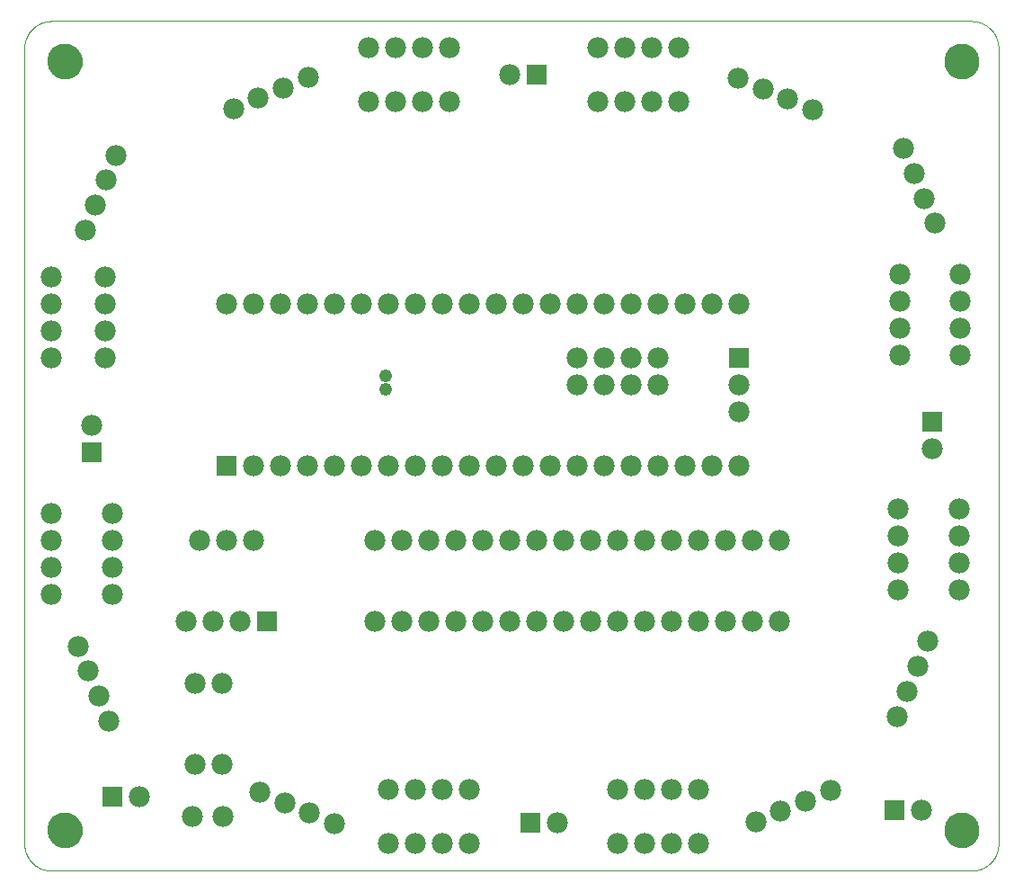
<source format=gbs>
G75*
%MOIN*%
%OFA0B0*%
%FSLAX25Y25*%
%IPPOS*%
%LPD*%
%AMOC8*
5,1,8,0,0,1.08239X$1,22.5*
%
%ADD10C,0.00000*%
%ADD11C,0.12998*%
%ADD12C,0.07800*%
%ADD13R,0.07800X0.07800*%
%ADD14C,0.04900*%
D10*
X0086433Y0068933D02*
X0086433Y0363894D01*
X0086436Y0364136D01*
X0086445Y0364377D01*
X0086459Y0364618D01*
X0086480Y0364859D01*
X0086506Y0365099D01*
X0086538Y0365339D01*
X0086576Y0365578D01*
X0086619Y0365815D01*
X0086669Y0366052D01*
X0086724Y0366287D01*
X0086784Y0366521D01*
X0086851Y0366753D01*
X0086922Y0366984D01*
X0087000Y0367213D01*
X0087083Y0367440D01*
X0087171Y0367665D01*
X0087265Y0367888D01*
X0087364Y0368108D01*
X0087469Y0368326D01*
X0087578Y0368541D01*
X0087693Y0368754D01*
X0087813Y0368964D01*
X0087938Y0369170D01*
X0088068Y0369374D01*
X0088203Y0369575D01*
X0088343Y0369772D01*
X0088487Y0369966D01*
X0088636Y0370156D01*
X0088790Y0370342D01*
X0088948Y0370525D01*
X0089110Y0370704D01*
X0089277Y0370879D01*
X0089448Y0371050D01*
X0089623Y0371217D01*
X0089802Y0371379D01*
X0089985Y0371537D01*
X0090171Y0371691D01*
X0090361Y0371840D01*
X0090555Y0371984D01*
X0090752Y0372124D01*
X0090953Y0372259D01*
X0091157Y0372389D01*
X0091363Y0372514D01*
X0091573Y0372634D01*
X0091786Y0372749D01*
X0092001Y0372858D01*
X0092219Y0372963D01*
X0092439Y0373062D01*
X0092662Y0373156D01*
X0092887Y0373244D01*
X0093114Y0373327D01*
X0093343Y0373405D01*
X0093574Y0373476D01*
X0093806Y0373543D01*
X0094040Y0373603D01*
X0094275Y0373658D01*
X0094512Y0373708D01*
X0094749Y0373751D01*
X0094988Y0373789D01*
X0095228Y0373821D01*
X0095468Y0373847D01*
X0095709Y0373868D01*
X0095950Y0373882D01*
X0096191Y0373891D01*
X0096433Y0373894D01*
X0437634Y0373894D01*
X0437876Y0373891D01*
X0438117Y0373882D01*
X0438358Y0373868D01*
X0438599Y0373847D01*
X0438839Y0373821D01*
X0439079Y0373789D01*
X0439318Y0373751D01*
X0439555Y0373708D01*
X0439792Y0373658D01*
X0440027Y0373603D01*
X0440261Y0373543D01*
X0440493Y0373476D01*
X0440724Y0373405D01*
X0440953Y0373327D01*
X0441180Y0373244D01*
X0441405Y0373156D01*
X0441628Y0373062D01*
X0441848Y0372963D01*
X0442066Y0372858D01*
X0442281Y0372749D01*
X0442494Y0372634D01*
X0442704Y0372514D01*
X0442910Y0372389D01*
X0443114Y0372259D01*
X0443315Y0372124D01*
X0443512Y0371984D01*
X0443706Y0371840D01*
X0443896Y0371691D01*
X0444082Y0371537D01*
X0444265Y0371379D01*
X0444444Y0371217D01*
X0444619Y0371050D01*
X0444790Y0370879D01*
X0444957Y0370704D01*
X0445119Y0370525D01*
X0445277Y0370342D01*
X0445431Y0370156D01*
X0445580Y0369966D01*
X0445724Y0369772D01*
X0445864Y0369575D01*
X0445999Y0369374D01*
X0446129Y0369170D01*
X0446254Y0368964D01*
X0446374Y0368754D01*
X0446489Y0368541D01*
X0446598Y0368326D01*
X0446703Y0368108D01*
X0446802Y0367888D01*
X0446896Y0367665D01*
X0446984Y0367440D01*
X0447067Y0367213D01*
X0447145Y0366984D01*
X0447216Y0366753D01*
X0447283Y0366521D01*
X0447343Y0366287D01*
X0447398Y0366052D01*
X0447448Y0365815D01*
X0447491Y0365578D01*
X0447529Y0365339D01*
X0447561Y0365099D01*
X0447587Y0364859D01*
X0447608Y0364618D01*
X0447622Y0364377D01*
X0447631Y0364136D01*
X0447634Y0363894D01*
X0447634Y0068933D01*
X0447631Y0068691D01*
X0447622Y0068450D01*
X0447608Y0068209D01*
X0447587Y0067968D01*
X0447561Y0067728D01*
X0447529Y0067488D01*
X0447491Y0067249D01*
X0447448Y0067012D01*
X0447398Y0066775D01*
X0447343Y0066540D01*
X0447283Y0066306D01*
X0447216Y0066074D01*
X0447145Y0065843D01*
X0447067Y0065614D01*
X0446984Y0065387D01*
X0446896Y0065162D01*
X0446802Y0064939D01*
X0446703Y0064719D01*
X0446598Y0064501D01*
X0446489Y0064286D01*
X0446374Y0064073D01*
X0446254Y0063863D01*
X0446129Y0063657D01*
X0445999Y0063453D01*
X0445864Y0063252D01*
X0445724Y0063055D01*
X0445580Y0062861D01*
X0445431Y0062671D01*
X0445277Y0062485D01*
X0445119Y0062302D01*
X0444957Y0062123D01*
X0444790Y0061948D01*
X0444619Y0061777D01*
X0444444Y0061610D01*
X0444265Y0061448D01*
X0444082Y0061290D01*
X0443896Y0061136D01*
X0443706Y0060987D01*
X0443512Y0060843D01*
X0443315Y0060703D01*
X0443114Y0060568D01*
X0442910Y0060438D01*
X0442704Y0060313D01*
X0442494Y0060193D01*
X0442281Y0060078D01*
X0442066Y0059969D01*
X0441848Y0059864D01*
X0441628Y0059765D01*
X0441405Y0059671D01*
X0441180Y0059583D01*
X0440953Y0059500D01*
X0440724Y0059422D01*
X0440493Y0059351D01*
X0440261Y0059284D01*
X0440027Y0059224D01*
X0439792Y0059169D01*
X0439555Y0059119D01*
X0439318Y0059076D01*
X0439079Y0059038D01*
X0438839Y0059006D01*
X0438599Y0058980D01*
X0438358Y0058959D01*
X0438117Y0058945D01*
X0437876Y0058936D01*
X0437634Y0058933D01*
X0096433Y0058933D01*
X0096191Y0058936D01*
X0095950Y0058945D01*
X0095709Y0058959D01*
X0095468Y0058980D01*
X0095228Y0059006D01*
X0094988Y0059038D01*
X0094749Y0059076D01*
X0094512Y0059119D01*
X0094275Y0059169D01*
X0094040Y0059224D01*
X0093806Y0059284D01*
X0093574Y0059351D01*
X0093343Y0059422D01*
X0093114Y0059500D01*
X0092887Y0059583D01*
X0092662Y0059671D01*
X0092439Y0059765D01*
X0092219Y0059864D01*
X0092001Y0059969D01*
X0091786Y0060078D01*
X0091573Y0060193D01*
X0091363Y0060313D01*
X0091157Y0060438D01*
X0090953Y0060568D01*
X0090752Y0060703D01*
X0090555Y0060843D01*
X0090361Y0060987D01*
X0090171Y0061136D01*
X0089985Y0061290D01*
X0089802Y0061448D01*
X0089623Y0061610D01*
X0089448Y0061777D01*
X0089277Y0061948D01*
X0089110Y0062123D01*
X0088948Y0062302D01*
X0088790Y0062485D01*
X0088636Y0062671D01*
X0088487Y0062861D01*
X0088343Y0063055D01*
X0088203Y0063252D01*
X0088068Y0063453D01*
X0087938Y0063657D01*
X0087813Y0063863D01*
X0087693Y0064073D01*
X0087578Y0064286D01*
X0087469Y0064501D01*
X0087364Y0064719D01*
X0087265Y0064939D01*
X0087171Y0065162D01*
X0087083Y0065387D01*
X0087000Y0065614D01*
X0086922Y0065843D01*
X0086851Y0066074D01*
X0086784Y0066306D01*
X0086724Y0066540D01*
X0086669Y0066775D01*
X0086619Y0067012D01*
X0086576Y0067249D01*
X0086538Y0067488D01*
X0086506Y0067728D01*
X0086480Y0067968D01*
X0086459Y0068209D01*
X0086445Y0068450D01*
X0086436Y0068691D01*
X0086433Y0068933D01*
X0095134Y0073933D02*
X0095136Y0074091D01*
X0095142Y0074249D01*
X0095152Y0074407D01*
X0095166Y0074565D01*
X0095184Y0074722D01*
X0095205Y0074879D01*
X0095231Y0075035D01*
X0095261Y0075191D01*
X0095294Y0075346D01*
X0095332Y0075499D01*
X0095373Y0075652D01*
X0095418Y0075804D01*
X0095467Y0075955D01*
X0095520Y0076104D01*
X0095576Y0076252D01*
X0095636Y0076398D01*
X0095700Y0076543D01*
X0095768Y0076686D01*
X0095839Y0076828D01*
X0095913Y0076968D01*
X0095991Y0077105D01*
X0096073Y0077241D01*
X0096157Y0077375D01*
X0096246Y0077506D01*
X0096337Y0077635D01*
X0096432Y0077762D01*
X0096529Y0077887D01*
X0096630Y0078009D01*
X0096734Y0078128D01*
X0096841Y0078245D01*
X0096951Y0078359D01*
X0097064Y0078470D01*
X0097179Y0078579D01*
X0097297Y0078684D01*
X0097418Y0078786D01*
X0097541Y0078886D01*
X0097667Y0078982D01*
X0097795Y0079075D01*
X0097925Y0079165D01*
X0098058Y0079251D01*
X0098193Y0079335D01*
X0098329Y0079414D01*
X0098468Y0079491D01*
X0098609Y0079563D01*
X0098751Y0079633D01*
X0098895Y0079698D01*
X0099041Y0079760D01*
X0099188Y0079818D01*
X0099337Y0079873D01*
X0099487Y0079924D01*
X0099638Y0079971D01*
X0099790Y0080014D01*
X0099943Y0080053D01*
X0100098Y0080089D01*
X0100253Y0080120D01*
X0100409Y0080148D01*
X0100565Y0080172D01*
X0100722Y0080192D01*
X0100880Y0080208D01*
X0101037Y0080220D01*
X0101196Y0080228D01*
X0101354Y0080232D01*
X0101512Y0080232D01*
X0101670Y0080228D01*
X0101829Y0080220D01*
X0101986Y0080208D01*
X0102144Y0080192D01*
X0102301Y0080172D01*
X0102457Y0080148D01*
X0102613Y0080120D01*
X0102768Y0080089D01*
X0102923Y0080053D01*
X0103076Y0080014D01*
X0103228Y0079971D01*
X0103379Y0079924D01*
X0103529Y0079873D01*
X0103678Y0079818D01*
X0103825Y0079760D01*
X0103971Y0079698D01*
X0104115Y0079633D01*
X0104257Y0079563D01*
X0104398Y0079491D01*
X0104537Y0079414D01*
X0104673Y0079335D01*
X0104808Y0079251D01*
X0104941Y0079165D01*
X0105071Y0079075D01*
X0105199Y0078982D01*
X0105325Y0078886D01*
X0105448Y0078786D01*
X0105569Y0078684D01*
X0105687Y0078579D01*
X0105802Y0078470D01*
X0105915Y0078359D01*
X0106025Y0078245D01*
X0106132Y0078128D01*
X0106236Y0078009D01*
X0106337Y0077887D01*
X0106434Y0077762D01*
X0106529Y0077635D01*
X0106620Y0077506D01*
X0106709Y0077375D01*
X0106793Y0077241D01*
X0106875Y0077105D01*
X0106953Y0076968D01*
X0107027Y0076828D01*
X0107098Y0076686D01*
X0107166Y0076543D01*
X0107230Y0076398D01*
X0107290Y0076252D01*
X0107346Y0076104D01*
X0107399Y0075955D01*
X0107448Y0075804D01*
X0107493Y0075652D01*
X0107534Y0075499D01*
X0107572Y0075346D01*
X0107605Y0075191D01*
X0107635Y0075035D01*
X0107661Y0074879D01*
X0107682Y0074722D01*
X0107700Y0074565D01*
X0107714Y0074407D01*
X0107724Y0074249D01*
X0107730Y0074091D01*
X0107732Y0073933D01*
X0107730Y0073775D01*
X0107724Y0073617D01*
X0107714Y0073459D01*
X0107700Y0073301D01*
X0107682Y0073144D01*
X0107661Y0072987D01*
X0107635Y0072831D01*
X0107605Y0072675D01*
X0107572Y0072520D01*
X0107534Y0072367D01*
X0107493Y0072214D01*
X0107448Y0072062D01*
X0107399Y0071911D01*
X0107346Y0071762D01*
X0107290Y0071614D01*
X0107230Y0071468D01*
X0107166Y0071323D01*
X0107098Y0071180D01*
X0107027Y0071038D01*
X0106953Y0070898D01*
X0106875Y0070761D01*
X0106793Y0070625D01*
X0106709Y0070491D01*
X0106620Y0070360D01*
X0106529Y0070231D01*
X0106434Y0070104D01*
X0106337Y0069979D01*
X0106236Y0069857D01*
X0106132Y0069738D01*
X0106025Y0069621D01*
X0105915Y0069507D01*
X0105802Y0069396D01*
X0105687Y0069287D01*
X0105569Y0069182D01*
X0105448Y0069080D01*
X0105325Y0068980D01*
X0105199Y0068884D01*
X0105071Y0068791D01*
X0104941Y0068701D01*
X0104808Y0068615D01*
X0104673Y0068531D01*
X0104537Y0068452D01*
X0104398Y0068375D01*
X0104257Y0068303D01*
X0104115Y0068233D01*
X0103971Y0068168D01*
X0103825Y0068106D01*
X0103678Y0068048D01*
X0103529Y0067993D01*
X0103379Y0067942D01*
X0103228Y0067895D01*
X0103076Y0067852D01*
X0102923Y0067813D01*
X0102768Y0067777D01*
X0102613Y0067746D01*
X0102457Y0067718D01*
X0102301Y0067694D01*
X0102144Y0067674D01*
X0101986Y0067658D01*
X0101829Y0067646D01*
X0101670Y0067638D01*
X0101512Y0067634D01*
X0101354Y0067634D01*
X0101196Y0067638D01*
X0101037Y0067646D01*
X0100880Y0067658D01*
X0100722Y0067674D01*
X0100565Y0067694D01*
X0100409Y0067718D01*
X0100253Y0067746D01*
X0100098Y0067777D01*
X0099943Y0067813D01*
X0099790Y0067852D01*
X0099638Y0067895D01*
X0099487Y0067942D01*
X0099337Y0067993D01*
X0099188Y0068048D01*
X0099041Y0068106D01*
X0098895Y0068168D01*
X0098751Y0068233D01*
X0098609Y0068303D01*
X0098468Y0068375D01*
X0098329Y0068452D01*
X0098193Y0068531D01*
X0098058Y0068615D01*
X0097925Y0068701D01*
X0097795Y0068791D01*
X0097667Y0068884D01*
X0097541Y0068980D01*
X0097418Y0069080D01*
X0097297Y0069182D01*
X0097179Y0069287D01*
X0097064Y0069396D01*
X0096951Y0069507D01*
X0096841Y0069621D01*
X0096734Y0069738D01*
X0096630Y0069857D01*
X0096529Y0069979D01*
X0096432Y0070104D01*
X0096337Y0070231D01*
X0096246Y0070360D01*
X0096157Y0070491D01*
X0096073Y0070625D01*
X0095991Y0070761D01*
X0095913Y0070898D01*
X0095839Y0071038D01*
X0095768Y0071180D01*
X0095700Y0071323D01*
X0095636Y0071468D01*
X0095576Y0071614D01*
X0095520Y0071762D01*
X0095467Y0071911D01*
X0095418Y0072062D01*
X0095373Y0072214D01*
X0095332Y0072367D01*
X0095294Y0072520D01*
X0095261Y0072675D01*
X0095231Y0072831D01*
X0095205Y0072987D01*
X0095184Y0073144D01*
X0095166Y0073301D01*
X0095152Y0073459D01*
X0095142Y0073617D01*
X0095136Y0073775D01*
X0095134Y0073933D01*
X0427634Y0073933D02*
X0427636Y0074091D01*
X0427642Y0074249D01*
X0427652Y0074407D01*
X0427666Y0074565D01*
X0427684Y0074722D01*
X0427705Y0074879D01*
X0427731Y0075035D01*
X0427761Y0075191D01*
X0427794Y0075346D01*
X0427832Y0075499D01*
X0427873Y0075652D01*
X0427918Y0075804D01*
X0427967Y0075955D01*
X0428020Y0076104D01*
X0428076Y0076252D01*
X0428136Y0076398D01*
X0428200Y0076543D01*
X0428268Y0076686D01*
X0428339Y0076828D01*
X0428413Y0076968D01*
X0428491Y0077105D01*
X0428573Y0077241D01*
X0428657Y0077375D01*
X0428746Y0077506D01*
X0428837Y0077635D01*
X0428932Y0077762D01*
X0429029Y0077887D01*
X0429130Y0078009D01*
X0429234Y0078128D01*
X0429341Y0078245D01*
X0429451Y0078359D01*
X0429564Y0078470D01*
X0429679Y0078579D01*
X0429797Y0078684D01*
X0429918Y0078786D01*
X0430041Y0078886D01*
X0430167Y0078982D01*
X0430295Y0079075D01*
X0430425Y0079165D01*
X0430558Y0079251D01*
X0430693Y0079335D01*
X0430829Y0079414D01*
X0430968Y0079491D01*
X0431109Y0079563D01*
X0431251Y0079633D01*
X0431395Y0079698D01*
X0431541Y0079760D01*
X0431688Y0079818D01*
X0431837Y0079873D01*
X0431987Y0079924D01*
X0432138Y0079971D01*
X0432290Y0080014D01*
X0432443Y0080053D01*
X0432598Y0080089D01*
X0432753Y0080120D01*
X0432909Y0080148D01*
X0433065Y0080172D01*
X0433222Y0080192D01*
X0433380Y0080208D01*
X0433537Y0080220D01*
X0433696Y0080228D01*
X0433854Y0080232D01*
X0434012Y0080232D01*
X0434170Y0080228D01*
X0434329Y0080220D01*
X0434486Y0080208D01*
X0434644Y0080192D01*
X0434801Y0080172D01*
X0434957Y0080148D01*
X0435113Y0080120D01*
X0435268Y0080089D01*
X0435423Y0080053D01*
X0435576Y0080014D01*
X0435728Y0079971D01*
X0435879Y0079924D01*
X0436029Y0079873D01*
X0436178Y0079818D01*
X0436325Y0079760D01*
X0436471Y0079698D01*
X0436615Y0079633D01*
X0436757Y0079563D01*
X0436898Y0079491D01*
X0437037Y0079414D01*
X0437173Y0079335D01*
X0437308Y0079251D01*
X0437441Y0079165D01*
X0437571Y0079075D01*
X0437699Y0078982D01*
X0437825Y0078886D01*
X0437948Y0078786D01*
X0438069Y0078684D01*
X0438187Y0078579D01*
X0438302Y0078470D01*
X0438415Y0078359D01*
X0438525Y0078245D01*
X0438632Y0078128D01*
X0438736Y0078009D01*
X0438837Y0077887D01*
X0438934Y0077762D01*
X0439029Y0077635D01*
X0439120Y0077506D01*
X0439209Y0077375D01*
X0439293Y0077241D01*
X0439375Y0077105D01*
X0439453Y0076968D01*
X0439527Y0076828D01*
X0439598Y0076686D01*
X0439666Y0076543D01*
X0439730Y0076398D01*
X0439790Y0076252D01*
X0439846Y0076104D01*
X0439899Y0075955D01*
X0439948Y0075804D01*
X0439993Y0075652D01*
X0440034Y0075499D01*
X0440072Y0075346D01*
X0440105Y0075191D01*
X0440135Y0075035D01*
X0440161Y0074879D01*
X0440182Y0074722D01*
X0440200Y0074565D01*
X0440214Y0074407D01*
X0440224Y0074249D01*
X0440230Y0074091D01*
X0440232Y0073933D01*
X0440230Y0073775D01*
X0440224Y0073617D01*
X0440214Y0073459D01*
X0440200Y0073301D01*
X0440182Y0073144D01*
X0440161Y0072987D01*
X0440135Y0072831D01*
X0440105Y0072675D01*
X0440072Y0072520D01*
X0440034Y0072367D01*
X0439993Y0072214D01*
X0439948Y0072062D01*
X0439899Y0071911D01*
X0439846Y0071762D01*
X0439790Y0071614D01*
X0439730Y0071468D01*
X0439666Y0071323D01*
X0439598Y0071180D01*
X0439527Y0071038D01*
X0439453Y0070898D01*
X0439375Y0070761D01*
X0439293Y0070625D01*
X0439209Y0070491D01*
X0439120Y0070360D01*
X0439029Y0070231D01*
X0438934Y0070104D01*
X0438837Y0069979D01*
X0438736Y0069857D01*
X0438632Y0069738D01*
X0438525Y0069621D01*
X0438415Y0069507D01*
X0438302Y0069396D01*
X0438187Y0069287D01*
X0438069Y0069182D01*
X0437948Y0069080D01*
X0437825Y0068980D01*
X0437699Y0068884D01*
X0437571Y0068791D01*
X0437441Y0068701D01*
X0437308Y0068615D01*
X0437173Y0068531D01*
X0437037Y0068452D01*
X0436898Y0068375D01*
X0436757Y0068303D01*
X0436615Y0068233D01*
X0436471Y0068168D01*
X0436325Y0068106D01*
X0436178Y0068048D01*
X0436029Y0067993D01*
X0435879Y0067942D01*
X0435728Y0067895D01*
X0435576Y0067852D01*
X0435423Y0067813D01*
X0435268Y0067777D01*
X0435113Y0067746D01*
X0434957Y0067718D01*
X0434801Y0067694D01*
X0434644Y0067674D01*
X0434486Y0067658D01*
X0434329Y0067646D01*
X0434170Y0067638D01*
X0434012Y0067634D01*
X0433854Y0067634D01*
X0433696Y0067638D01*
X0433537Y0067646D01*
X0433380Y0067658D01*
X0433222Y0067674D01*
X0433065Y0067694D01*
X0432909Y0067718D01*
X0432753Y0067746D01*
X0432598Y0067777D01*
X0432443Y0067813D01*
X0432290Y0067852D01*
X0432138Y0067895D01*
X0431987Y0067942D01*
X0431837Y0067993D01*
X0431688Y0068048D01*
X0431541Y0068106D01*
X0431395Y0068168D01*
X0431251Y0068233D01*
X0431109Y0068303D01*
X0430968Y0068375D01*
X0430829Y0068452D01*
X0430693Y0068531D01*
X0430558Y0068615D01*
X0430425Y0068701D01*
X0430295Y0068791D01*
X0430167Y0068884D01*
X0430041Y0068980D01*
X0429918Y0069080D01*
X0429797Y0069182D01*
X0429679Y0069287D01*
X0429564Y0069396D01*
X0429451Y0069507D01*
X0429341Y0069621D01*
X0429234Y0069738D01*
X0429130Y0069857D01*
X0429029Y0069979D01*
X0428932Y0070104D01*
X0428837Y0070231D01*
X0428746Y0070360D01*
X0428657Y0070491D01*
X0428573Y0070625D01*
X0428491Y0070761D01*
X0428413Y0070898D01*
X0428339Y0071038D01*
X0428268Y0071180D01*
X0428200Y0071323D01*
X0428136Y0071468D01*
X0428076Y0071614D01*
X0428020Y0071762D01*
X0427967Y0071911D01*
X0427918Y0072062D01*
X0427873Y0072214D01*
X0427832Y0072367D01*
X0427794Y0072520D01*
X0427761Y0072675D01*
X0427731Y0072831D01*
X0427705Y0072987D01*
X0427684Y0073144D01*
X0427666Y0073301D01*
X0427652Y0073459D01*
X0427642Y0073617D01*
X0427636Y0073775D01*
X0427634Y0073933D01*
X0427634Y0358933D02*
X0427636Y0359091D01*
X0427642Y0359249D01*
X0427652Y0359407D01*
X0427666Y0359565D01*
X0427684Y0359722D01*
X0427705Y0359879D01*
X0427731Y0360035D01*
X0427761Y0360191D01*
X0427794Y0360346D01*
X0427832Y0360499D01*
X0427873Y0360652D01*
X0427918Y0360804D01*
X0427967Y0360955D01*
X0428020Y0361104D01*
X0428076Y0361252D01*
X0428136Y0361398D01*
X0428200Y0361543D01*
X0428268Y0361686D01*
X0428339Y0361828D01*
X0428413Y0361968D01*
X0428491Y0362105D01*
X0428573Y0362241D01*
X0428657Y0362375D01*
X0428746Y0362506D01*
X0428837Y0362635D01*
X0428932Y0362762D01*
X0429029Y0362887D01*
X0429130Y0363009D01*
X0429234Y0363128D01*
X0429341Y0363245D01*
X0429451Y0363359D01*
X0429564Y0363470D01*
X0429679Y0363579D01*
X0429797Y0363684D01*
X0429918Y0363786D01*
X0430041Y0363886D01*
X0430167Y0363982D01*
X0430295Y0364075D01*
X0430425Y0364165D01*
X0430558Y0364251D01*
X0430693Y0364335D01*
X0430829Y0364414D01*
X0430968Y0364491D01*
X0431109Y0364563D01*
X0431251Y0364633D01*
X0431395Y0364698D01*
X0431541Y0364760D01*
X0431688Y0364818D01*
X0431837Y0364873D01*
X0431987Y0364924D01*
X0432138Y0364971D01*
X0432290Y0365014D01*
X0432443Y0365053D01*
X0432598Y0365089D01*
X0432753Y0365120D01*
X0432909Y0365148D01*
X0433065Y0365172D01*
X0433222Y0365192D01*
X0433380Y0365208D01*
X0433537Y0365220D01*
X0433696Y0365228D01*
X0433854Y0365232D01*
X0434012Y0365232D01*
X0434170Y0365228D01*
X0434329Y0365220D01*
X0434486Y0365208D01*
X0434644Y0365192D01*
X0434801Y0365172D01*
X0434957Y0365148D01*
X0435113Y0365120D01*
X0435268Y0365089D01*
X0435423Y0365053D01*
X0435576Y0365014D01*
X0435728Y0364971D01*
X0435879Y0364924D01*
X0436029Y0364873D01*
X0436178Y0364818D01*
X0436325Y0364760D01*
X0436471Y0364698D01*
X0436615Y0364633D01*
X0436757Y0364563D01*
X0436898Y0364491D01*
X0437037Y0364414D01*
X0437173Y0364335D01*
X0437308Y0364251D01*
X0437441Y0364165D01*
X0437571Y0364075D01*
X0437699Y0363982D01*
X0437825Y0363886D01*
X0437948Y0363786D01*
X0438069Y0363684D01*
X0438187Y0363579D01*
X0438302Y0363470D01*
X0438415Y0363359D01*
X0438525Y0363245D01*
X0438632Y0363128D01*
X0438736Y0363009D01*
X0438837Y0362887D01*
X0438934Y0362762D01*
X0439029Y0362635D01*
X0439120Y0362506D01*
X0439209Y0362375D01*
X0439293Y0362241D01*
X0439375Y0362105D01*
X0439453Y0361968D01*
X0439527Y0361828D01*
X0439598Y0361686D01*
X0439666Y0361543D01*
X0439730Y0361398D01*
X0439790Y0361252D01*
X0439846Y0361104D01*
X0439899Y0360955D01*
X0439948Y0360804D01*
X0439993Y0360652D01*
X0440034Y0360499D01*
X0440072Y0360346D01*
X0440105Y0360191D01*
X0440135Y0360035D01*
X0440161Y0359879D01*
X0440182Y0359722D01*
X0440200Y0359565D01*
X0440214Y0359407D01*
X0440224Y0359249D01*
X0440230Y0359091D01*
X0440232Y0358933D01*
X0440230Y0358775D01*
X0440224Y0358617D01*
X0440214Y0358459D01*
X0440200Y0358301D01*
X0440182Y0358144D01*
X0440161Y0357987D01*
X0440135Y0357831D01*
X0440105Y0357675D01*
X0440072Y0357520D01*
X0440034Y0357367D01*
X0439993Y0357214D01*
X0439948Y0357062D01*
X0439899Y0356911D01*
X0439846Y0356762D01*
X0439790Y0356614D01*
X0439730Y0356468D01*
X0439666Y0356323D01*
X0439598Y0356180D01*
X0439527Y0356038D01*
X0439453Y0355898D01*
X0439375Y0355761D01*
X0439293Y0355625D01*
X0439209Y0355491D01*
X0439120Y0355360D01*
X0439029Y0355231D01*
X0438934Y0355104D01*
X0438837Y0354979D01*
X0438736Y0354857D01*
X0438632Y0354738D01*
X0438525Y0354621D01*
X0438415Y0354507D01*
X0438302Y0354396D01*
X0438187Y0354287D01*
X0438069Y0354182D01*
X0437948Y0354080D01*
X0437825Y0353980D01*
X0437699Y0353884D01*
X0437571Y0353791D01*
X0437441Y0353701D01*
X0437308Y0353615D01*
X0437173Y0353531D01*
X0437037Y0353452D01*
X0436898Y0353375D01*
X0436757Y0353303D01*
X0436615Y0353233D01*
X0436471Y0353168D01*
X0436325Y0353106D01*
X0436178Y0353048D01*
X0436029Y0352993D01*
X0435879Y0352942D01*
X0435728Y0352895D01*
X0435576Y0352852D01*
X0435423Y0352813D01*
X0435268Y0352777D01*
X0435113Y0352746D01*
X0434957Y0352718D01*
X0434801Y0352694D01*
X0434644Y0352674D01*
X0434486Y0352658D01*
X0434329Y0352646D01*
X0434170Y0352638D01*
X0434012Y0352634D01*
X0433854Y0352634D01*
X0433696Y0352638D01*
X0433537Y0352646D01*
X0433380Y0352658D01*
X0433222Y0352674D01*
X0433065Y0352694D01*
X0432909Y0352718D01*
X0432753Y0352746D01*
X0432598Y0352777D01*
X0432443Y0352813D01*
X0432290Y0352852D01*
X0432138Y0352895D01*
X0431987Y0352942D01*
X0431837Y0352993D01*
X0431688Y0353048D01*
X0431541Y0353106D01*
X0431395Y0353168D01*
X0431251Y0353233D01*
X0431109Y0353303D01*
X0430968Y0353375D01*
X0430829Y0353452D01*
X0430693Y0353531D01*
X0430558Y0353615D01*
X0430425Y0353701D01*
X0430295Y0353791D01*
X0430167Y0353884D01*
X0430041Y0353980D01*
X0429918Y0354080D01*
X0429797Y0354182D01*
X0429679Y0354287D01*
X0429564Y0354396D01*
X0429451Y0354507D01*
X0429341Y0354621D01*
X0429234Y0354738D01*
X0429130Y0354857D01*
X0429029Y0354979D01*
X0428932Y0355104D01*
X0428837Y0355231D01*
X0428746Y0355360D01*
X0428657Y0355491D01*
X0428573Y0355625D01*
X0428491Y0355761D01*
X0428413Y0355898D01*
X0428339Y0356038D01*
X0428268Y0356180D01*
X0428200Y0356323D01*
X0428136Y0356468D01*
X0428076Y0356614D01*
X0428020Y0356762D01*
X0427967Y0356911D01*
X0427918Y0357062D01*
X0427873Y0357214D01*
X0427832Y0357367D01*
X0427794Y0357520D01*
X0427761Y0357675D01*
X0427731Y0357831D01*
X0427705Y0357987D01*
X0427684Y0358144D01*
X0427666Y0358301D01*
X0427652Y0358459D01*
X0427642Y0358617D01*
X0427636Y0358775D01*
X0427634Y0358933D01*
X0095134Y0358933D02*
X0095136Y0359091D01*
X0095142Y0359249D01*
X0095152Y0359407D01*
X0095166Y0359565D01*
X0095184Y0359722D01*
X0095205Y0359879D01*
X0095231Y0360035D01*
X0095261Y0360191D01*
X0095294Y0360346D01*
X0095332Y0360499D01*
X0095373Y0360652D01*
X0095418Y0360804D01*
X0095467Y0360955D01*
X0095520Y0361104D01*
X0095576Y0361252D01*
X0095636Y0361398D01*
X0095700Y0361543D01*
X0095768Y0361686D01*
X0095839Y0361828D01*
X0095913Y0361968D01*
X0095991Y0362105D01*
X0096073Y0362241D01*
X0096157Y0362375D01*
X0096246Y0362506D01*
X0096337Y0362635D01*
X0096432Y0362762D01*
X0096529Y0362887D01*
X0096630Y0363009D01*
X0096734Y0363128D01*
X0096841Y0363245D01*
X0096951Y0363359D01*
X0097064Y0363470D01*
X0097179Y0363579D01*
X0097297Y0363684D01*
X0097418Y0363786D01*
X0097541Y0363886D01*
X0097667Y0363982D01*
X0097795Y0364075D01*
X0097925Y0364165D01*
X0098058Y0364251D01*
X0098193Y0364335D01*
X0098329Y0364414D01*
X0098468Y0364491D01*
X0098609Y0364563D01*
X0098751Y0364633D01*
X0098895Y0364698D01*
X0099041Y0364760D01*
X0099188Y0364818D01*
X0099337Y0364873D01*
X0099487Y0364924D01*
X0099638Y0364971D01*
X0099790Y0365014D01*
X0099943Y0365053D01*
X0100098Y0365089D01*
X0100253Y0365120D01*
X0100409Y0365148D01*
X0100565Y0365172D01*
X0100722Y0365192D01*
X0100880Y0365208D01*
X0101037Y0365220D01*
X0101196Y0365228D01*
X0101354Y0365232D01*
X0101512Y0365232D01*
X0101670Y0365228D01*
X0101829Y0365220D01*
X0101986Y0365208D01*
X0102144Y0365192D01*
X0102301Y0365172D01*
X0102457Y0365148D01*
X0102613Y0365120D01*
X0102768Y0365089D01*
X0102923Y0365053D01*
X0103076Y0365014D01*
X0103228Y0364971D01*
X0103379Y0364924D01*
X0103529Y0364873D01*
X0103678Y0364818D01*
X0103825Y0364760D01*
X0103971Y0364698D01*
X0104115Y0364633D01*
X0104257Y0364563D01*
X0104398Y0364491D01*
X0104537Y0364414D01*
X0104673Y0364335D01*
X0104808Y0364251D01*
X0104941Y0364165D01*
X0105071Y0364075D01*
X0105199Y0363982D01*
X0105325Y0363886D01*
X0105448Y0363786D01*
X0105569Y0363684D01*
X0105687Y0363579D01*
X0105802Y0363470D01*
X0105915Y0363359D01*
X0106025Y0363245D01*
X0106132Y0363128D01*
X0106236Y0363009D01*
X0106337Y0362887D01*
X0106434Y0362762D01*
X0106529Y0362635D01*
X0106620Y0362506D01*
X0106709Y0362375D01*
X0106793Y0362241D01*
X0106875Y0362105D01*
X0106953Y0361968D01*
X0107027Y0361828D01*
X0107098Y0361686D01*
X0107166Y0361543D01*
X0107230Y0361398D01*
X0107290Y0361252D01*
X0107346Y0361104D01*
X0107399Y0360955D01*
X0107448Y0360804D01*
X0107493Y0360652D01*
X0107534Y0360499D01*
X0107572Y0360346D01*
X0107605Y0360191D01*
X0107635Y0360035D01*
X0107661Y0359879D01*
X0107682Y0359722D01*
X0107700Y0359565D01*
X0107714Y0359407D01*
X0107724Y0359249D01*
X0107730Y0359091D01*
X0107732Y0358933D01*
X0107730Y0358775D01*
X0107724Y0358617D01*
X0107714Y0358459D01*
X0107700Y0358301D01*
X0107682Y0358144D01*
X0107661Y0357987D01*
X0107635Y0357831D01*
X0107605Y0357675D01*
X0107572Y0357520D01*
X0107534Y0357367D01*
X0107493Y0357214D01*
X0107448Y0357062D01*
X0107399Y0356911D01*
X0107346Y0356762D01*
X0107290Y0356614D01*
X0107230Y0356468D01*
X0107166Y0356323D01*
X0107098Y0356180D01*
X0107027Y0356038D01*
X0106953Y0355898D01*
X0106875Y0355761D01*
X0106793Y0355625D01*
X0106709Y0355491D01*
X0106620Y0355360D01*
X0106529Y0355231D01*
X0106434Y0355104D01*
X0106337Y0354979D01*
X0106236Y0354857D01*
X0106132Y0354738D01*
X0106025Y0354621D01*
X0105915Y0354507D01*
X0105802Y0354396D01*
X0105687Y0354287D01*
X0105569Y0354182D01*
X0105448Y0354080D01*
X0105325Y0353980D01*
X0105199Y0353884D01*
X0105071Y0353791D01*
X0104941Y0353701D01*
X0104808Y0353615D01*
X0104673Y0353531D01*
X0104537Y0353452D01*
X0104398Y0353375D01*
X0104257Y0353303D01*
X0104115Y0353233D01*
X0103971Y0353168D01*
X0103825Y0353106D01*
X0103678Y0353048D01*
X0103529Y0352993D01*
X0103379Y0352942D01*
X0103228Y0352895D01*
X0103076Y0352852D01*
X0102923Y0352813D01*
X0102768Y0352777D01*
X0102613Y0352746D01*
X0102457Y0352718D01*
X0102301Y0352694D01*
X0102144Y0352674D01*
X0101986Y0352658D01*
X0101829Y0352646D01*
X0101670Y0352638D01*
X0101512Y0352634D01*
X0101354Y0352634D01*
X0101196Y0352638D01*
X0101037Y0352646D01*
X0100880Y0352658D01*
X0100722Y0352674D01*
X0100565Y0352694D01*
X0100409Y0352718D01*
X0100253Y0352746D01*
X0100098Y0352777D01*
X0099943Y0352813D01*
X0099790Y0352852D01*
X0099638Y0352895D01*
X0099487Y0352942D01*
X0099337Y0352993D01*
X0099188Y0353048D01*
X0099041Y0353106D01*
X0098895Y0353168D01*
X0098751Y0353233D01*
X0098609Y0353303D01*
X0098468Y0353375D01*
X0098329Y0353452D01*
X0098193Y0353531D01*
X0098058Y0353615D01*
X0097925Y0353701D01*
X0097795Y0353791D01*
X0097667Y0353884D01*
X0097541Y0353980D01*
X0097418Y0354080D01*
X0097297Y0354182D01*
X0097179Y0354287D01*
X0097064Y0354396D01*
X0096951Y0354507D01*
X0096841Y0354621D01*
X0096734Y0354738D01*
X0096630Y0354857D01*
X0096529Y0354979D01*
X0096432Y0355104D01*
X0096337Y0355231D01*
X0096246Y0355360D01*
X0096157Y0355491D01*
X0096073Y0355625D01*
X0095991Y0355761D01*
X0095913Y0355898D01*
X0095839Y0356038D01*
X0095768Y0356180D01*
X0095700Y0356323D01*
X0095636Y0356468D01*
X0095576Y0356614D01*
X0095520Y0356762D01*
X0095467Y0356911D01*
X0095418Y0357062D01*
X0095373Y0357214D01*
X0095332Y0357367D01*
X0095294Y0357520D01*
X0095261Y0357675D01*
X0095231Y0357831D01*
X0095205Y0357987D01*
X0095184Y0358144D01*
X0095166Y0358301D01*
X0095152Y0358459D01*
X0095142Y0358617D01*
X0095136Y0358775D01*
X0095134Y0358933D01*
D11*
X0101433Y0358933D03*
X0433933Y0358933D03*
X0433933Y0073933D03*
X0101433Y0073933D03*
D12*
X0128933Y0086433D03*
X0148707Y0078977D03*
X0160107Y0078977D03*
X0173717Y0087914D03*
X0182955Y0084087D03*
X0192194Y0080260D03*
X0201433Y0076433D03*
X0221433Y0068933D03*
X0231433Y0068933D03*
X0241433Y0068933D03*
X0251433Y0068933D03*
X0251433Y0088933D03*
X0241433Y0088933D03*
X0231433Y0088933D03*
X0221433Y0088933D03*
X0159761Y0098266D03*
X0149761Y0098266D03*
X0117801Y0114486D03*
X0113974Y0123725D03*
X0110148Y0132963D03*
X0106321Y0142202D03*
X0096433Y0161433D03*
X0096433Y0171433D03*
X0096433Y0181433D03*
X0096433Y0191433D03*
X0118933Y0191433D03*
X0118933Y0181433D03*
X0118933Y0171433D03*
X0118933Y0161433D03*
X0146433Y0151433D03*
X0156433Y0151433D03*
X0166433Y0151433D03*
X0159761Y0128266D03*
X0149761Y0128266D03*
X0216433Y0151433D03*
X0226433Y0151433D03*
X0236433Y0151433D03*
X0246433Y0151433D03*
X0256433Y0151433D03*
X0266433Y0151433D03*
X0276433Y0151433D03*
X0286433Y0151433D03*
X0296433Y0151433D03*
X0306433Y0151433D03*
X0316433Y0151433D03*
X0326433Y0151433D03*
X0336433Y0151433D03*
X0346433Y0151433D03*
X0356433Y0151433D03*
X0366433Y0151433D03*
X0366433Y0181433D03*
X0356433Y0181433D03*
X0346433Y0181433D03*
X0336433Y0181433D03*
X0326433Y0181433D03*
X0316433Y0181433D03*
X0306433Y0181433D03*
X0296433Y0181433D03*
X0286433Y0181433D03*
X0276433Y0181433D03*
X0266433Y0181433D03*
X0256433Y0181433D03*
X0246433Y0181433D03*
X0236433Y0181433D03*
X0226433Y0181433D03*
X0216433Y0181433D03*
X0211433Y0208933D03*
X0201433Y0208933D03*
X0191433Y0208933D03*
X0181433Y0208933D03*
X0171433Y0208933D03*
X0171433Y0181433D03*
X0161433Y0181433D03*
X0151433Y0181433D03*
X0111433Y0223933D03*
X0116433Y0248933D03*
X0116433Y0258933D03*
X0116433Y0268933D03*
X0116433Y0278933D03*
X0096433Y0278933D03*
X0096433Y0268933D03*
X0096433Y0258933D03*
X0096433Y0248933D03*
X0161433Y0268933D03*
X0171433Y0268933D03*
X0181433Y0268933D03*
X0191433Y0268933D03*
X0201433Y0268933D03*
X0211433Y0268933D03*
X0221433Y0268933D03*
X0231433Y0268933D03*
X0241433Y0268933D03*
X0251433Y0268933D03*
X0261433Y0268933D03*
X0271433Y0268933D03*
X0281433Y0268933D03*
X0291433Y0268933D03*
X0301433Y0268933D03*
X0311433Y0268933D03*
X0321433Y0268933D03*
X0331433Y0268933D03*
X0341433Y0268933D03*
X0351433Y0268933D03*
X0321433Y0248933D03*
X0321433Y0238933D03*
X0311433Y0238933D03*
X0301433Y0238933D03*
X0291433Y0238933D03*
X0291433Y0248933D03*
X0301433Y0248933D03*
X0311433Y0248933D03*
X0351433Y0238933D03*
X0351433Y0228933D03*
X0351433Y0208933D03*
X0341433Y0208933D03*
X0331433Y0208933D03*
X0321433Y0208933D03*
X0311433Y0208933D03*
X0301433Y0208933D03*
X0291433Y0208933D03*
X0281433Y0208933D03*
X0271433Y0208933D03*
X0261433Y0208933D03*
X0251433Y0208933D03*
X0241433Y0208933D03*
X0231433Y0208933D03*
X0221433Y0208933D03*
X0108933Y0296433D03*
X0112760Y0305672D03*
X0116587Y0314911D03*
X0120414Y0324149D03*
X0163933Y0341433D03*
X0173172Y0345260D03*
X0182411Y0349087D03*
X0191649Y0352914D03*
X0213933Y0343933D03*
X0223933Y0343933D03*
X0233933Y0343933D03*
X0243933Y0343933D03*
X0266433Y0353933D03*
X0243933Y0363933D03*
X0233933Y0363933D03*
X0223933Y0363933D03*
X0213933Y0363933D03*
X0298933Y0363933D03*
X0308933Y0363933D03*
X0318933Y0363933D03*
X0328933Y0363933D03*
X0351035Y0352559D03*
X0360273Y0348732D03*
X0369512Y0344906D03*
X0378751Y0341079D03*
X0412453Y0326649D03*
X0416279Y0317411D03*
X0420106Y0308172D03*
X0423933Y0298933D03*
X0433564Y0279927D03*
X0433564Y0269927D03*
X0433564Y0259927D03*
X0433564Y0249927D03*
X0411064Y0249927D03*
X0411064Y0259927D03*
X0411064Y0269927D03*
X0411064Y0279927D03*
X0328933Y0343933D03*
X0318933Y0343933D03*
X0308933Y0343933D03*
X0298933Y0343933D03*
X0423222Y0215275D03*
X0433059Y0192968D03*
X0433059Y0182968D03*
X0433059Y0172968D03*
X0433059Y0162968D03*
X0421433Y0143933D03*
X0417606Y0134694D03*
X0413779Y0125455D03*
X0409953Y0116217D03*
X0385340Y0088681D03*
X0376101Y0084854D03*
X0366862Y0081027D03*
X0357624Y0077200D03*
X0336433Y0068933D03*
X0326433Y0068933D03*
X0316433Y0068933D03*
X0306433Y0068933D03*
X0284012Y0076712D03*
X0306433Y0088933D03*
X0316433Y0088933D03*
X0326433Y0088933D03*
X0336433Y0088933D03*
X0418933Y0081433D03*
X0410559Y0162968D03*
X0410559Y0172968D03*
X0410559Y0182968D03*
X0410559Y0192968D03*
D13*
X0423222Y0225275D03*
X0351433Y0248933D03*
X0276433Y0353933D03*
X0111433Y0213933D03*
X0161433Y0208933D03*
X0176433Y0151433D03*
X0118933Y0086433D03*
X0274012Y0076712D03*
X0408933Y0081433D03*
D14*
X0220433Y0237333D03*
X0220433Y0242533D03*
M02*

</source>
